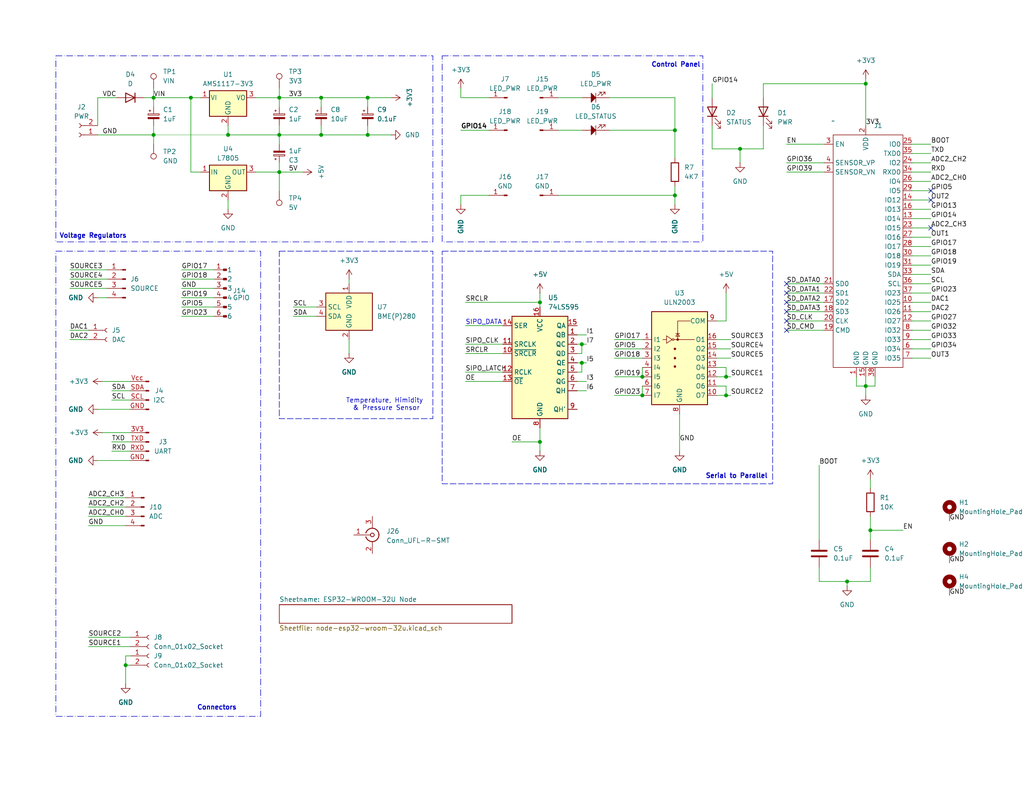
<source format=kicad_sch>
(kicad_sch (version 20231120) (generator "eeschema") (generator_version "8.0")
  (paper "USLetter")
  (title_block (title "ESP32 Sensor Node") (date "2024-07-03") (rev "v2.0") (comment 1 "ESP32-WROOM-32D Adapter"))
  (lib_symbols
    (symbol "+3V3_1" (power) (pin_numbers hide) (pin_names (offset 0) hide)
      (property "Value" "+3V3" (at 0 3.556 0))
      (symbol "+3V3_1_1_1"
        (pin power_in line (at 0 0 90) (length 0) (name "~") (number "1"))
      )
    )
    (symbol "+5V_1" (power) (pin_numbers hide) (pin_names (offset 0) hide)
      (property "Value" "+5V" (at 0 3.556 0))
      (symbol "+5V_1_1_1"
        (pin power_in line (at 0 0 90) (length 0) (name "~") (number "1"))
      )
    )
    (symbol "74xx:74LS595"
      (property "Reference" "U" (at -7.62 13.97 0))
      (property "Value" "74LS595" (at -7.62 -16.51 0))
      (symbol "74LS595_1_0"
        (pin tri_state line (at 10.16 7.62 180) (length 2.54) (name "QB") (number "1"))
        (pin input line (at -10.16 2.54 0) (length 2.54) (name "~{SRCLR}") (number "10"))
        (pin input line (at -10.16 5.08 0) (length 2.54) (name "SRCLK") (number "11"))
        (pin input line (at -10.16 -2.54 0) (length 2.54) (name "RCLK") (number "12"))
        (pin input line (at -10.16 -5.08 0) (length 2.54) (name "~{OE}") (number "13"))
        (pin input line (at -10.16 10.16 0) (length 2.54) (name "SER") (number "14"))
        (pin tri_state line (at 10.16 10.16 180) (length 2.54) (name "QA") (number "15"))
        (pin power_in line (at 0 15.24 270) (length 2.54) (name "VCC") (number "16"))
        (pin tri_state line (at 10.16 5.08 180) (length 2.54) (name "QC") (number "2"))
        (pin tri_state line (at 10.16 2.54 180) (length 2.54) (name "QD") (number "3"))
        (pin tri_state line (at 10.16 0 180) (length 2.54) (name "QE") (number "4"))
        (pin tri_state line (at 10.16 -2.54 180) (length 2.54) (name "QF") (number "5"))
        (pin tri_state line (at 10.16 -5.08 180) (length 2.54) (name "QG") (number "6"))
        (pin tri_state line (at 10.16 -7.62 180) (length 2.54) (name "QH") (number "7"))
        (pin power_in line (at 0 -17.78 90) (length 2.54) (name "GND") (number "8"))
        (pin output line (at 10.16 -12.7 180) (length 2.54) (name "QH'") (number "9"))
      )
    )
    (symbol "Alexander Symbol Library 2:Conn_UFL-R-SMT" (pin_names (offset 1.016) hide)
      (property "Reference" "J" (at -3.81 4.064 0))
      (property "Value" "Conn_UFL-R-SMT" (at 2.921 0 90))
      (symbol "Conn_UFL-R-SMT_1_1"
        (pin passive line (at -5.08 0 0) (length 2.54) (name "SIGNAL") (number "1"))
        (pin passive line (at 0 -5.08 90) (length 2.54) (name "GND") (number "2"))
        (pin passive line (at 0 5.08 270) (length 3.048) (name "GND") (number "3"))
      )
    )
    (symbol "Alexander Symbol Library:BME(P)280"
      (property "Reference" "U" (at -7.62 10.16 0))
      (property "Value" "BME(P)280" (at 5.08 10.16 0))
      (symbol "BME(P)280_1_1"
        (pin power_in line (at -1.27 10.16 270) (length 2.54) (name "VDD") (number "1"))
        (pin power_out line (at -1.27 -5.08 90) (length 2.54) (name "GND") (number "2"))
        (pin input line (at -10.16 3.81 0) (length 2.54) (name "SCL") (number "3"))
        (pin bidirectional line (at -10.16 1.27 0) (length 2.54) (name "SDA") (number "4"))
      )
    )
    (symbol "Alexander_Library_Symbols:Conn_2x3" (pin_names (offset 1.016))
      (property "Reference" "J" (at 0 0 0))
      (symbol "Conn_2x3_1_1"
        (pin bidirectional line (at -2.54 -2.54 0) (length 2.54) (name "1") (number "1"))
        (pin bidirectional line (at -2.54 -5.08 0) (length 2.54) (name "2") (number "2"))
        (pin bidirectional line (at -2.54 -7.62 0) (length 2.54) (name "3") (number "3"))
        (pin bidirectional line (at -2.54 -10.16 0) (length 2.54) (name "4") (number "4"))
        (pin bidirectional line (at -2.54 -12.7 0) (length 2.54) (name "5") (number "5"))
        (pin bidirectional line (at -2.54 -15.24 0) (length 2.54) (name "6") (number "6"))
      )
    )
    (symbol "Alexander_Library_Symbols:Conn_I2C_01x04" (pin_names (offset 1.016) hide)
      (property "Reference" "J" (at 0 5.08 0))
      (property "Value" "I2C" (at 0 -7.62 0))
      (symbol "Conn_I2C_01x04_1_1"
        (pin power_out line (at 5.08 -5.08 180) (length 3.81) (name "GND") (number "GND"))
        (pin bidirectional line (at 5.08 -2.54 180) (length 3.81) (name "SCL") (number "SCL"))
        (pin bidirectional line (at 5.08 0 180) (length 3.81) (name "SDA") (number "SDA"))
        (pin power_in line (at 5.08 2.54 180) (length 3.81) (name "VCC") (number "Vcc"))
      )
    )
    (symbol "Alexander_Library_Symbols:ESP32-WROOM-32D-SOCKET"
      (property "Reference" "J" (at 0 0 0))
      (symbol "ESP32-WROOM-32D-SOCKET_1_1"
        (pin power_out line (at 6.35 -69.85 90) (length 2.54) (name "GND") (number "1"))
        (pin bidirectional line (at 21.59 -49.53 180) (length 2.54) (name "IO25") (number "10"))
        (pin bidirectional line (at 21.59 -52.07 180) (length 2.54) (name "IO26") (number "11"))
        (pin bidirectional line (at 21.59 -54.61 180) (length 2.54) (name "IO27") (number "12"))
        (pin bidirectional line (at 21.59 -26.67 180) (length 2.54) (name "IO14") (number "13"))
        (pin bidirectional line (at 21.59 -21.59 180) (length 2.54) (name "IO12") (number "14"))
        (pin power_out line (at 8.89 -69.85 90) (length 2.54) (name "GND") (number "15"))
        (pin bidirectional line (at 21.59 -24.13 180) (length 2.54) (name "IO13") (number "16"))
        (pin input line (at -2.54 -49.53 0) (length 2.54) (name "SD2") (number "17"))
        (pin input line (at -2.54 -52.07 0) (length 2.54) (name "SD3") (number "18"))
        (pin input line (at -2.54 -57.15 0) (length 2.54) (name "CMD") (number "19"))
        (pin power_in line (at 8.89 -1.27 270) (length 2.54) (name "VDD") (number "2"))
        (pin input line (at -2.54 -54.61 0) (length 2.54) (name "CLK") (number "20"))
        (pin input line (at -2.54 -44.45 0) (length 2.54) (name "SD0") (number "21"))
        (pin input line (at -2.54 -46.99 0) (length 2.54) (name "SD1") (number "22"))
        (pin bidirectional line (at 21.59 -29.21 180) (length 2.54) (name "IO15") (number "23"))
        (pin bidirectional line (at 21.59 -11.43 180) (length 2.54) (name "IO2") (number "24"))
        (pin bidirectional line (at 21.59 -6.35 180) (length 2.54) (name "IO0") (number "25"))
        (pin bidirectional line (at 21.59 -16.51 180) (length 2.54) (name "IO4") (number "26"))
        (pin bidirectional line (at 21.59 -31.75 180) (length 2.54) (name "IO16") (number "27"))
        (pin bidirectional line (at 21.59 -34.29 180) (length 2.54) (name "IO17") (number "28"))
        (pin bidirectional line (at 21.59 -19.05 180) (length 2.54) (name "IO5") (number "29"))
        (pin input line (at -2.54 -6.35 0) (length 2.54) (name "EN") (number "3"))
        (pin bidirectional line (at 21.59 -36.83 180) (length 2.54) (name "IO18") (number "30"))
        (pin bidirectional line (at 21.59 -39.37 180) (length 2.54) (name "IO19") (number "31"))
        (pin bidirectional line (at 21.59 -41.91 180) (length 2.54) (name "SDA") (number "33"))
        (pin input line (at 21.59 -13.97 180) (length 2.54) (name "RXD0") (number "34"))
        (pin output line (at 21.59 -8.89 180) (length 2.54) (name "TXD0") (number "35"))
        (pin bidirectional line (at 21.59 -44.45 180) (length 2.54) (name "SCL") (number "36"))
        (pin bidirectional line (at 21.59 -46.99 180) (length 2.54) (name "IO23") (number "37"))
        (pin power_out line (at 11.43 -69.85 90) (length 2.54) (name "GND") (number "38"))
        (pin input line (at -2.54 -11.43 0) (length 2.54) (name "SENSOR_VP") (number "4"))
        (pin input line (at -2.54 -13.97 0) (length 2.54) (name "SENSOR_VN") (number "5"))
        (pin bidirectional line (at 21.59 -62.23 180) (length 2.54) (name "IO34") (number "6"))
        (pin bidirectional line (at 21.59 -64.77 180) (length 2.54) (name "IO35") (number "7"))
        (pin bidirectional line (at 21.59 -57.15 180) (length 2.54) (name "IO32") (number "8"))
        (pin bidirectional line (at 21.59 -59.69 180) (length 2.54) (name "IO33") (number "9"))
      )
    )
    (symbol "Conn_UART_1" (pin_names (offset 1.016) hide)
      (property "Reference" "J" (at 1.27 3.81 0))
      (property "Value" "UART" (at 2.54 -10.16 0))
      (symbol "Conn_UART_1_1_1"
        (pin power_in line (at 5.08 0 180) (length 3.81) (name "3V3") (number "3V3"))
        (pin power_out line (at 5.08 -7.62 180) (length 3.81) (name "GND") (number "GND"))
        (pin input line (at 5.08 -5.08 180) (length 3.81) (name "RXD") (number "RXD"))
        (pin output line (at 5.08 -2.54 180) (length 3.81) (name "TXD") (number "TXD"))
      )
    )
    (symbol "Connector:Conn_01x01_Pin" (pin_names (offset 1.016) hide)
      (property "Reference" "J" (at 0 2.54 0))
      (property "Value" "Conn_01x01_Pin" (at 0 -2.54 0))
      (symbol "Conn_01x01_Pin_1_1"
        (pin passive line (at 5.08 0 180) (length 3.81) (name "Pin_1") (number "1"))
      )
    )
    (symbol "Connector:Conn_01x02_Socket" (pin_names (offset 1.016) hide)
      (property "Reference" "J" (at 0 2.54 0))
      (property "Value" "Conn_01x02_Socket" (at 0 -5.08 0))
      (symbol "Conn_01x02_Socket_1_1"
        (pin passive line (at -5.08 0 0) (length 3.81) (name "Pin_1") (number "1"))
        (pin passive line (at -5.08 -2.54 0) (length 3.81) (name "Pin_2") (number "2"))
      )
    )
    (symbol "Connector:Conn_01x04_Pin" (pin_names (offset 1.016) hide)
      (property "Reference" "J" (at 0 5.08 0))
      (property "Value" "I2C" (at 0 -7.62 0))
      (symbol "Conn_01x04_Pin_1_1"
        (pin passive line (at 5.08 2.54 180) (length 3.81) (name "Pin_1") (number "1"))
        (pin passive line (at 5.08 0 180) (length 3.81) (name "Pin_2") (number "2"))
        (pin passive line (at 5.08 -2.54 180) (length 3.81) (name "Pin_3") (number "3"))
        (pin passive line (at 5.08 -5.08 180) (length 3.81) (name "Pin_4") (number "4"))
      )
    )
    (symbol "Connector:TestPoint" (pin_numbers hide) (pin_names (offset 0.762) hide)
      (property "Reference" "TP" (at 0 6.858 0))
      (property "Value" "TestPoint" (at 0 5.08 0))
      (symbol "TestPoint_1_1"
        (pin passive line (at 0 0 90) (length 2.54) (name "1") (number "1"))
      )
    )
    (symbol "Device:C" (pin_numbers hide) (pin_names (offset 0.254))
      (property "Reference" "C" (at 0.635 2.54 0))
      (property "Value" "C" (at 0.635 -2.54 0))
      (symbol "C_1_1"
        (pin passive line (at 0 3.81 270) (length 2.794) (name "~") (number "1"))
        (pin passive line (at 0 -3.81 90) (length 2.794) (name "~") (number "2"))
      )
    )
    (symbol "Device:C_Polarized_Small" (pin_numbers hide) (pin_names (offset 0.254) hide)
      (property "Reference" "C" (at 0.254 1.778 0))
      (property "Value" "C_Polarized_Small" (at 0.254 -2.032 0))
      (symbol "C_Polarized_Small_1_1"
        (pin passive line (at 0 2.54 270) (length 1.8542) (name "~") (number "1"))
        (pin passive line (at 0 -2.54 90) (length 1.8542) (name "~") (number "2"))
      )
    )
    (symbol "Device:D" (pin_numbers hide) (pin_names (offset 1.016) hide)
      (property "Reference" "D" (at 0 2.54 0))
      (property "Value" "D" (at 0 -2.54 0))
      (symbol "D_1_1"
        (pin passive line (at -3.81 0 0) (length 2.54) (name "K") (number "1"))
        (pin passive line (at 3.81 0 180) (length 2.54) (name "A") (number "2"))
      )
    )
    (symbol "Device:LED" (pin_numbers hide) (pin_names (offset 1.016) hide)
      (property "Reference" "D" (at 0 2.54 0))
      (property "Value" "LED" (at 0 -2.54 0))
      (symbol "LED_1_1"
        (pin passive line (at -3.81 0 0) (length 2.54) (name "K") (number "1"))
        (pin passive line (at 3.81 0 180) (length 2.54) (name "A") (number "2"))
      )
    )
    (symbol "Device:R" (pin_numbers hide) (pin_names (offset 0))
      (property "Reference" "R" (at 2.032 0 90))
      (property "Value" "R" (at 0 0 90))
      (symbol "R_1_1"
        (pin passive line (at 0 3.81 270) (length 1.27) (name "~") (number "1"))
        (pin passive line (at 0 -3.81 90) (length 1.27) (name "~") (number "2"))
      )
    )
    (symbol "GND_1" (power) (pin_numbers hide) (pin_names (offset 0) hide)
      (property "Value" "GND" (at 0 -3.81 0))
      (symbol "GND_1_1_1"
        (pin power_in line (at 0 0 270) (length 0) (name "~") (number "1"))
      )
    )
    (symbol "GND_3" (power) (pin_numbers hide) (pin_names (offset 0) hide)
      (property "Value" "GND" (at 0 -3.81 0))
      (symbol "GND_3_1_1"
        (pin power_in line (at 0 0 270) (length 0) (name "~") (number "1"))
      )
    )
    (symbol "GND_4" (power) (pin_numbers hide) (pin_names (offset 0) hide)
      (property "Value" "GND" (at 0 -3.81 0))
      (symbol "GND_4_1_1"
        (pin power_in line (at 0 0 270) (length 0) (name "~") (number "1"))
      )
    )
    (symbol "GND_5" (power) (pin_numbers hide) (pin_names (offset 0) hide)
      (property "Value" "GND" (at 0 -3.81 0))
      (symbol "GND_5_1_1"
        (pin power_in line (at 0 0 270) (length 0) (name "~") (number "1"))
      )
    )
    (symbol "Mechanical:MountingHole_Pad" (pin_numbers hide) (pin_names (offset 1.016) hide)
      (property "Reference" "H" (at 0 6.35 0))
      (property "Value" "MountingHole_Pad" (at 0 4.445 0))
      (symbol "MountingHole_Pad_1_1"
        (pin input line (at 0 -2.54 90) (length 2.54) (name "1") (number "1"))
      )
    )
    (symbol "PCM_SL_Devices:LED_5mm"
      (property "Reference" "D" (at -0.508 5.334 0))
      (property "Value" "LED_5mm" (at -0.508 2.794 0))
      (symbol "LED_5mm_1_1"
        (pin passive line (at 3.81 0 180) (length 1.5) (name "~") (number "1"))
        (pin passive line (at -3.81 0 0) (length 1.5) (name "") (number "2"))
      )
    )
    (symbol "Regulator_Linear:L7805" (pin_names (offset 0.254))
      (property "Reference" "U4" (at 0 6.35 0))
      (property "Value" "L7805" (at 0 3.81 0))
      (symbol "L7805_1_1"
        (pin power_in line (at -7.62 0 0) (length 2.54) (name "IN") (number "1"))
        (pin power_in line (at 0 -7.62 90) (length 2.54) (name "GND") (number "2"))
        (pin power_out line (at 7.62 0 180) (length 2.54) (name "OUT") (number "3"))
      )
    )
    (symbol "Regulator_Linear:LM78M05_TO220" (pin_names (offset 0.254))
      (property "Reference" "U" (at -3.81 3.175 0))
      (property "Value" "LM78M05_TO220" (at 0 3.175 0))
      (symbol "LM78M05_TO220_1_1"
        (pin power_in line (at -7.62 0 0) (length 2.54) (name "VI") (number "1"))
        (pin power_in line (at 0 -7.62 90) (length 2.54) (name "GND") (number "2"))
        (pin power_out line (at 7.62 0 180) (length 2.54) (name "VO") (number "3"))
      )
    )
    (symbol "Transistor_Array:ULN2003"
      (property "Reference" "U" (at 0 15.875 0))
      (property "Value" "ULN2003" (at 0 13.97 0))
      (symbol "ULN2003_1_1"
        (pin input line (at -10.16 5.08 0) (length 2.54) (name "I1") (number "1"))
        (pin open_collector line (at 10.16 -10.16 180) (length 2.54) (name "O7") (number "10"))
        (pin open_collector line (at 10.16 -7.62 180) (length 2.54) (name "O6") (number "11"))
        (pin open_collector line (at 10.16 -5.08 180) (length 2.54) (name "O5") (number "12"))
        (pin open_collector line (at 10.16 -2.54 180) (length 2.54) (name "O4") (number "13"))
        (pin open_collector line (at 10.16 0 180) (length 2.54) (name "O3") (number "14"))
        (pin open_collector line (at 10.16 2.54 180) (length 2.54) (name "O2") (number "15"))
        (pin open_collector line (at 10.16 5.08 180) (length 2.54) (name "O1") (number "16"))
        (pin input line (at -10.16 2.54 0) (length 2.54) (name "I2") (number "2"))
        (pin input line (at -10.16 0 0) (length 2.54) (name "I3") (number "3"))
        (pin input line (at -10.16 -2.54 0) (length 2.54) (name "I4") (number "4"))
        (pin input line (at -10.16 -5.08 0) (length 2.54) (name "I5") (number "5"))
        (pin input line (at -10.16 -7.62 0) (length 2.54) (name "I6") (number "6"))
        (pin input line (at -10.16 -10.16 0) (length 2.54) (name "I7") (number "7"))
        (pin power_in line (at 0 -15.24 90) (length 2.54) (name "GND") (number "8"))
        (pin passive line (at 10.16 10.16 180) (length 2.54) (name "COM") (number "9"))
      )
    )
    (symbol "power:+3V3" (power) (pin_names (offset 0))
      (property "Value" "+3V3" (at 0 3.556 0))
      (symbol "+3V3_1_1"
        (pin power_in line (at 0 0 90) (length 0) hide (name "+3V3") (number "1"))
      )
    )
    (symbol "power:+5V" (power) (pin_names (offset 0))
      (property "Value" "+5V" (at 0 3.556 0))
      (symbol "+5V_1_1"
        (pin power_in line (at 0 0 90) (length 0) hide (name "+5V") (number "1"))
      )
    )
    (symbol "power:GND" (power) (pin_names (offset 0))
      (property "Value" "GND" (at 0 -3.81 0))
      (symbol "GND_1_1"
        (pin power_in line (at 0 0 270) (length 0) hide (name "GND") (number "1"))
      )
    )
  )
  (junction (at 147.32 120.65))
  (junction (at 87.63 26.67))
  (junction (at 62.23 36.83))
  (junction (at 76.2 36.83))
  (junction (at 184.15 35.56))
  (junction (at 100.33 36.83))
  (junction (at 175.26 107.95))
  (junction (at 198.12 107.95))
  (junction (at 41.91 36.83))
  (junction (at 52.07 26.67))
  (junction (at 76.2 46.99))
  (junction (at 158.75 93.98))
  (junction (at 198.12 102.87))
  (junction (at 175.26 102.87))
  (junction (at 236.22 105.41))
  (junction (at 158.75 99.06))
  (junction (at 237.49 144.78))
  (junction (at 100.33 26.67))
  (junction (at 76.2 26.67))
  (junction (at 41.91 26.67))
  (junction (at 87.63 36.83))
  (junction (at 147.32 82.55))
  (junction (at 184.15 53.34))
  (junction (at 231.14 158.75))
  (junction (at 236.22 22.86))
  (junction (at 201.93 40.64))
  (junction (at 34.29 181.61))
  (no_connect (at 214.63 82.55))
  (no_connect (at 214.63 90.17))
  (no_connect (at 214.63 85.09))
  (no_connect (at 254 52.07))
  (no_connect (at 254 62.23))
  (no_connect (at 254 54.61))
  (no_connect (at 214.63 80.01))
  (no_connect (at 214.63 87.63))
  (no_connect (at 214.63 77.47))
  (wire (pts (xy 158.75 99.06) (xy 158.75 101.6)))
  (wire (pts (xy 248.92 44.45) (xy 254 44.45)))
  (wire (pts (xy 62.23 54.61) (xy 62.23 57.15)))
  (wire (pts (xy 52.07 26.67) (xy 54.61 26.67)))
  (wire (pts (xy 157.48 99.06) (xy 158.75 99.06)))
  (wire (pts (xy 214.63 87.63) (xy 224.79 87.63)))
  (wire (pts (xy 34.29 179.07) (xy 34.29 181.61)))
  (wire (pts (xy 30.48 109.22) (xy 35.56 109.22)))
  (wire (pts (xy 41.91 36.83) (xy 62.23 36.83)) (stroke (width 0.0254)))
  (wire (pts (xy 147.32 116.84) (xy 147.32 120.65)))
  (wire (pts (xy 198.12 105.41) (xy 198.12 107.95)))
  (wire (pts (xy 127 93.98) (xy 137.16 93.98)))
  (wire (pts (xy 184.15 26.67) (xy 184.15 35.56)))
  (wire (pts (xy 184.15 50.8) (xy 184.15 53.34)))
  (wire (pts (xy 24.13 173.99) (xy 35.56 173.99)))
  (wire (pts (xy 198.12 100.33) (xy 198.12 102.87)))
  (wire (pts (xy 223.52 158.75) (xy 231.14 158.75)))
  (wire (pts (xy 41.91 26.67) (xy 52.07 26.67)))
  (wire (pts (xy 248.92 49.53) (xy 254 49.53)))
  (wire (pts (xy 201.93 40.64) (xy 208.28 40.64)))
  (wire (pts (xy 214.63 85.09) (xy 224.79 85.09)))
  (wire (pts (xy 54.61 46.99) (xy 52.07 46.99)))
  (wire (pts (xy 30.48 120.65) (xy 35.56 120.65)))
  (wire (pts (xy 198.12 107.95) (xy 199.39 107.95)))
  (wire (pts (xy 24.13 140.97) (xy 34.29 140.97)))
  (wire (pts (xy 127 96.52) (xy 137.16 96.52)))
  (wire (pts (xy 236.22 21.59) (xy 236.22 22.86)))
  (wire (pts (xy 248.92 64.77) (xy 254 64.77)))
  (wire (pts (xy 27.94 104.14) (xy 35.56 104.14)))
  (wire (pts (xy 195.58 107.95) (xy 198.12 107.95)))
  (wire (pts (xy 62.23 34.29) (xy 62.23 36.83)))
  (wire (pts (xy 100.33 36.83) (xy 106.68 36.83)))
  (wire (pts (xy 195.58 92.71) (xy 199.39 92.71)))
  (wire (pts (xy 29.21 78.74) (xy 19.05 78.74)))
  (wire (pts (xy 233.68 105.41) (xy 236.22 105.41)))
  (wire (pts (xy 158.75 93.98) (xy 160.02 93.98)))
  (wire (pts (xy 125.73 26.67) (xy 125.73 24.13)))
  (wire (pts (xy 76.2 34.29) (xy 76.2 36.83)))
  (wire (pts (xy 175.26 105.41) (xy 175.26 107.95)))
  (wire (pts (xy 29.21 73.66) (xy 19.05 73.66)))
  (wire (pts (xy 248.92 39.37) (xy 254 39.37)))
  (wire (pts (xy 87.63 26.67) (xy 87.63 29.21)))
  (wire (pts (xy 49.53 83.82) (xy 58.42 83.82)))
  (wire (pts (xy 49.53 73.66) (xy 58.42 73.66)))
  (wire (pts (xy 198.12 87.63) (xy 195.58 87.63)))
  (wire (pts (xy 198.12 102.87) (xy 199.39 102.87)))
  (wire (pts (xy 194.31 22.86) (xy 194.31 26.67)))
  (wire (pts (xy 26.67 81.28) (xy 29.21 81.28)))
  (wire (pts (xy 147.32 82.55) (xy 147.32 83.82)))
  (wire (pts (xy 167.64 92.71) (xy 175.26 92.71)))
  (wire (pts (xy 125.73 53.34) (xy 125.73 55.88)))
  (wire (pts (xy 224.79 39.37) (xy 214.63 39.37)))
  (wire (pts (xy 166.37 35.56) (xy 184.15 35.56)))
  (wire (pts (xy 133.35 26.67) (xy 125.73 26.67)))
  (wire (pts (xy 147.32 80.01) (xy 147.32 82.55)))
  (wire (pts (xy 26.67 26.67) (xy 31.75 26.67)))
  (wire (pts (xy 233.68 102.87) (xy 233.68 105.41)))
  (wire (pts (xy 41.91 39.37) (xy 41.91 36.83)))
  (wire (pts (xy 19.05 90.17) (xy 24.13 90.17)))
  (wire (pts (xy 214.63 46.99) (xy 224.79 46.99)))
  (wire (pts (xy 49.53 76.2) (xy 58.42 76.2)))
  (wire (pts (xy 34.29 181.61) (xy 35.56 181.61)))
  (wire (pts (xy 27.94 118.11) (xy 35.56 118.11)))
  (wire (pts (xy 41.91 26.67) (xy 41.91 29.21)))
  (wire (pts (xy 237.49 140.97) (xy 237.49 144.78)))
  (wire (pts (xy 237.49 144.78) (xy 246.38 144.78)))
  (wire (pts (xy 248.92 92.71) (xy 254 92.71)))
  (wire (pts (xy 41.91 34.29) (xy 41.91 36.83)))
  (wire (pts (xy 201.93 44.45) (xy 201.93 40.64)))
  (wire (pts (xy 195.58 105.41) (xy 198.12 105.41)))
  (wire (pts (xy 152.4 35.56) (xy 158.75 35.56)))
  (wire (pts (xy 214.63 80.01) (xy 224.79 80.01)))
  (wire (pts (xy 198.12 80.01) (xy 198.12 87.63)))
  (wire (pts (xy 24.13 176.53) (xy 35.56 176.53)))
  (wire (pts (xy 214.63 77.47) (xy 224.79 77.47)))
  (wire (pts (xy 157.48 96.52) (xy 158.75 96.52)))
  (wire (pts (xy 157.48 104.14) (xy 160.02 104.14)))
  (wire (pts (xy 208.28 34.29) (xy 208.28 40.64)))
  (wire (pts (xy 52.07 26.67) (xy 52.07 46.99)))
  (wire (pts (xy 167.64 102.87) (xy 175.26 102.87)))
  (wire (pts (xy 35.56 179.07) (xy 34.29 179.07)))
  (wire (pts (xy 76.2 46.99) (xy 82.55 46.99)))
  (wire (pts (xy 41.91 24.13) (xy 41.91 26.67)))
  (wire (pts (xy 76.2 36.83) (xy 87.63 36.83)))
  (wire (pts (xy 152.4 26.67) (xy 158.75 26.67)))
  (wire (pts (xy 195.58 97.79) (xy 199.39 97.79)))
  (wire (pts (xy 248.92 90.17) (xy 254 90.17)))
  (wire (pts (xy 248.92 80.01) (xy 254 80.01)))
  (wire (pts (xy 237.49 154.94) (xy 237.49 158.75)))
  (wire (pts (xy 208.28 22.86) (xy 208.28 26.67)))
  (wire (pts (xy 127 88.9) (xy 137.16 88.9)))
  (wire (pts (xy 80.01 86.36) (xy 86.36 86.36)))
  (wire (pts (xy 35.56 111.76) (xy 26.67 111.76)))
  (wire (pts (xy 195.58 95.25) (xy 199.39 95.25)))
  (wire (pts (xy 30.48 123.19) (xy 35.56 123.19)))
  (wire (pts (xy 125.73 35.56) (xy 133.35 35.56)))
  (wire (pts (xy 87.63 26.67) (xy 100.33 26.67)))
  (wire (pts (xy 248.92 87.63) (xy 254 87.63)))
  (wire (pts (xy 194.31 40.64) (xy 201.93 40.64)))
  (wire (pts (xy 76.2 36.83) (xy 76.2 39.37)))
  (wire (pts (xy 248.92 41.91) (xy 254 41.91)))
  (wire (pts (xy 248.92 85.09) (xy 254 85.09)))
  (wire (pts (xy 237.49 144.78) (xy 237.49 147.32)))
  (wire (pts (xy 194.31 34.29) (xy 194.31 40.64)))
  (wire (pts (xy 147.32 120.65) (xy 147.32 123.19)))
  (wire (pts (xy 100.33 26.67) (xy 100.33 29.21)))
  (wire (pts (xy 62.23 36.83) (xy 76.2 36.83)))
  (wire (pts (xy 248.92 72.39) (xy 254 72.39)))
  (wire (pts (xy 214.63 90.17) (xy 224.79 90.17)))
  (wire (pts (xy 76.2 29.21) (xy 76.2 26.67)))
  (wire (pts (xy 236.22 22.86) (xy 236.22 34.29)))
  (wire (pts (xy 80.01 83.82) (xy 86.36 83.82)))
  (wire (pts (xy 248.92 46.99) (xy 254 46.99)))
  (wire (pts (xy 76.2 46.99) (xy 76.2 52.07)))
  (wire (pts (xy 248.92 57.15) (xy 254 57.15)))
  (wire (pts (xy 248.92 74.93) (xy 254 74.93)))
  (wire (pts (xy 26.67 36.83) (xy 41.91 36.83)))
  (wire (pts (xy 125.73 53.34) (xy 133.35 53.34)))
  (wire (pts (xy 49.53 81.28) (xy 58.42 81.28)))
  (wire (pts (xy 214.63 44.45) (xy 224.79 44.45)))
  (wire (pts (xy 157.48 91.44) (xy 160.02 91.44)))
  (wire (pts (xy 35.56 125.73) (xy 26.67 125.73)))
  (wire (pts (xy 248.92 62.23) (xy 254 62.23)))
  (wire (pts (xy 100.33 34.29) (xy 100.33 36.83)))
  (wire (pts (xy 167.64 107.95) (xy 175.26 107.95)))
  (wire (pts (xy 95.25 76.2) (xy 95.25 77.47)))
  (wire (pts (xy 236.22 105.41) (xy 236.22 107.95)))
  (wire (pts (xy 248.92 54.61) (xy 254 54.61)))
  (wire (pts (xy 248.92 82.55) (xy 254 82.55)))
  (wire (pts (xy 248.92 97.79) (xy 254 97.79)))
  (wire (pts (xy 76.2 44.45) (xy 76.2 46.99)))
  (wire (pts (xy 127 101.6) (xy 137.16 101.6)))
  (wire (pts (xy 223.52 127) (xy 223.52 147.32)))
  (wire (pts (xy 24.13 135.89) (xy 34.29 135.89)))
  (wire (pts (xy 167.64 97.79) (xy 175.26 97.79)))
  (wire (pts (xy 184.15 53.34) (xy 184.15 55.88)))
  (wire (pts (xy 24.13 138.43) (xy 34.29 138.43)))
  (wire (pts (xy 69.85 46.99) (xy 76.2 46.99)))
  (wire (pts (xy 69.85 26.67) (xy 76.2 26.67)))
  (wire (pts (xy 49.53 86.36) (xy 58.42 86.36)))
  (wire (pts (xy 19.05 92.71) (xy 24.13 92.71)))
  (wire (pts (xy 34.29 181.61) (xy 34.29 186.69)))
  (wire (pts (xy 127 82.55) (xy 147.32 82.55)))
  (wire (pts (xy 238.76 105.41) (xy 236.22 105.41)))
  (wire (pts (xy 248.92 52.07) (xy 254 52.07)))
  (wire (pts (xy 157.48 93.98) (xy 158.75 93.98)))
  (wire (pts (xy 238.76 102.87) (xy 238.76 105.41)))
  (wire (pts (xy 248.92 95.25) (xy 254 95.25)))
  (wire (pts (xy 184.15 35.56) (xy 184.15 43.18)))
  (wire (pts (xy 139.7 120.65) (xy 147.32 120.65)))
  (wire (pts (xy 248.92 69.85) (xy 254 69.85)))
  (wire (pts (xy 76.2 24.13) (xy 76.2 26.67)))
  (wire (pts (xy 248.92 59.69) (xy 254 59.69)))
  (wire (pts (xy 237.49 130.81) (xy 237.49 133.35)))
  (wire (pts (xy 195.58 100.33) (xy 198.12 100.33)))
  (wire (pts (xy 87.63 34.29) (xy 87.63 36.83)))
  (wire (pts (xy 30.48 106.68) (xy 35.56 106.68)))
  (wire (pts (xy 248.92 77.47) (xy 254 77.47)))
  (wire (pts (xy 26.67 26.67) (xy 26.67 34.29)))
  (wire (pts (xy 175.26 100.33) (xy 175.26 102.87)))
  (wire (pts (xy 152.4 53.34) (xy 184.15 53.34)))
  (wire (pts (xy 231.14 158.75) (xy 231.14 160.02)))
  (wire (pts (xy 24.13 143.51) (xy 34.29 143.51)))
  (wire (pts (xy 214.63 82.55) (xy 224.79 82.55)))
  (wire (pts (xy 157.48 101.6) (xy 158.75 101.6)))
  (wire (pts (xy 157.48 106.68) (xy 160.02 106.68)))
  (wire (pts (xy 95.25 92.71) (xy 95.25 96.52)))
  (wire (pts (xy 223.52 154.94) (xy 223.52 158.75)))
  (wire (pts (xy 195.58 102.87) (xy 198.12 102.87)))
  (wire (pts (xy 185.42 113.03) (xy 185.42 123.19)))
  (wire (pts (xy 76.2 26.67) (xy 87.63 26.67)))
  (wire (pts (xy 49.53 78.74) (xy 58.42 78.74)))
  (wire (pts (xy 29.21 76.2) (xy 19.05 76.2)))
  (wire (pts (xy 231.14 158.75) (xy 237.49 158.75)))
  (wire (pts (xy 208.28 22.86) (xy 236.22 22.86)))
  (wire (pts (xy 158.75 99.06) (xy 160.02 99.06)))
  (wire (pts (xy 236.22 102.87) (xy 236.22 105.41)))
  (wire (pts (xy 158.75 96.52) (xy 158.75 93.98)))
  (wire (pts (xy 248.92 67.31) (xy 254 67.31)))
  (wire (pts (xy 167.64 95.25) (xy 175.26 95.25)))
  (wire (pts (xy 166.37 26.67) (xy 184.15 26.67)))
  (wire (pts (xy 87.63 36.83) (xy 100.33 36.83)))
  (wire (pts (xy 100.33 26.67) (xy 106.68 26.67)))
  (wire (pts (xy 39.37 26.67) (xy 41.91 26.67)))
  (wire (pts (xy 127 104.14) (xy 137.16 104.14)))
  (rectangle (start 120.65 68.58) (end 210.82 132.08) (stroke (width 0) (type dash)))
  (rectangle (start 15.24 68.58) (end 71.12 195.58) (stroke (width 0) (type dash_dot)))
  (rectangle (start 76.2 68.58) (end 118.11 114.3) (stroke (width 0) (type dash)))
  (rectangle (start 120.65 15.24) (end 191.77 66.04) (stroke (width 0) (type dash_dot)))
  (rectangle (start 15.24 15.24) (end 118.11 66.04) (stroke (width 0) (type dash_dot)))
  (text "Voltage Regulators" (at 25.4 63.754 0) (effects (font (size 1.27 1.27) (thickness 0.254) (bold yes)) (justify top)))
  (text "Control Panel " (at 184.912 17.78 0) (effects (font (size 1.27 1.27) (thickness 0.254) (bold yes))))
  (text "Connectors\n" (at 59.182 193.294 0) (effects (font (size 1.27 1.27) (thickness 0.254) (bold yes))))
  (text "Serial to Parallel" (at 209.55 130.81 0) (effects (font (size 1.27 1.27) (bold yes)) (justify right bottom)))
  (text "Temperature, Himidity \n& Pressure Sensor" (at 105.41 110.49 0) (effects (font (size 1.27 1.27))))
  (label "SOURCE5" (at 199.39 97.79 0))
  (label "GND" (at 259.08 142.24 0))
  (label "SOURCE3" (at 19.05 73.66 0))
  (label "SOURCE4" (at 19.05 76.2 0))
  (label "SD_DATA1" (at 214.63 80.01 0))
  (label "SOURCE1" (at 24.13 176.53 0))
  (label "I7" (at 160.02 93.98 0))
  (label "GPIO5" (at 254 52.07 0))
  (label "SOURCE5" (at 19.05 78.74 0))
  (label "ADC2_CH2" (at 254 44.45 0))
  (label "OUT1" (at 254 64.77 0))
  (label "GPIO33" (at 254 92.71 0))
  (label "GPIO23" (at 167.64 107.95 0))
  (label "I3" (at 160.02 104.14 0))
  (label "OUT2" (at 254 54.61 0))
  (label "SD_DATA0" (at 214.63 77.47 0))
  (label "GPIO23" (at 254 80.01 0))
  (label "VDC" (at 27.94 26.67 0))
  (label "GPIO13" (at 254 57.15 0))
  (label "SCL" (at 80.01 83.82 0))
  (label "GPIO19" (at 167.64 102.87 0))
  (label "SIPO_CLK" (at 127 93.98 0))
  (label "SD_CLK" (at 214.63 87.63 0))
  (label "DAC2" (at 19.05 92.71 0))
  (label "OE" (at 139.7 120.65 0))
  (label "TXD" (at 254 41.91 0))
  (label "GPIO17" (at 167.64 92.71 0))
  (label "GPIO34" (at 254 95.25 0))
  (label "BOOT" (at 223.52 127 0))
  (label "ADC2_CH2" (at 24.13 138.43 0))
  (label "GPIO5" (at 167.64 95.25 0))
  (label "SDA" (at 254 74.93 0))
  (label "SD_CMD" (at 214.63 90.17 0))
  (label "ADC2_CH0" (at 24.13 140.97 0))
  (label "SD_DATA3" (at 214.63 85.09 0))
  (label "SIPO_LATCH" (at 127 101.6 0))
  (label "I5" (at 160.02 99.06 0))
  (label "GPIO23" (at 49.53 86.36 0))
  (label "GPIO5" (at 49.53 83.82 0))
  (label "SD_DATA2" (at 214.63 82.55 0))
  (label "GND" (at 24.13 143.51 0))
  (label "EN" (at 246.38 144.78 0))
  (label "SCL" (at 254 77.47 0))
  (label "GPIO18" (at 254 69.85 0))
  (label "GPIO14" (at 194.31 22.86 0))
  (label "GPIO14" (at 254 59.69 0))
  (label "RXD" (at 30.48 123.19 0))
  (label "SCL" (at 30.48 109.22 0))
  (label "GPIO18" (at 167.64 97.79 0))
  (label "GND" (at 49.53 78.74 0))
  (label "3V3" (at 236.22 34.29 0))
  (label "ADC2_CH3" (at 254 62.23 0))
  (label "OUT3" (at 254 97.79 0))
  (label "GPIO39" (at 214.63 46.99 0))
  (label "SOURCE1" (at 199.39 102.87 0))
  (label "GND" (at 259.08 153.67 0))
  (label "GPIO17" (at 49.53 73.66 0))
  (label "GPIO18" (at 49.53 76.2 0))
  (label "SOURCE2" (at 199.39 107.95 0))
  (label "BOOT" (at 254 39.37 0))
  (label "SRCLR" (at 127 82.55 0))
  (label "SOURCE3" (at 199.39 92.71 0))
  (label "ADC2_CH0" (at 254 49.53 0))
  (label "5V" (at 78.74 46.99 0))
  (label "ADC2_CH3" (at 24.13 135.89 0))
  (label "GND" (at 259.08 162.56 0))
  (label "VIN" (at 41.91 26.67 0))
  (label "DAC2" (at 254 85.09 0))
  (label "SDA" (at 80.01 86.36 0))
  (label "DAC1" (at 254 82.55 0))
  (label "3V3" (at 78.74 26.67 0))
  (label "OE" (at 127 104.14 0))
  (label "SDA" (at 30.48 106.68 0))
  (label "SRCLR" (at 127 96.52 0))
  (label "GPIO19" (at 49.53 81.28 0))
  (label "GPIO36" (at 214.63 44.45 0))
  (label "GPIO19" (at 254 72.39 0))
  (label "GPIO27" (at 254 87.63 0))
  (label "GND" (at 27.94 36.83 0))
  (label "I1" (at 160.02 91.44 0))
  (label "GPIO32" (at 254 90.17 0))
  (label "DAC1" (at 19.05 90.17 0))
  (label "EN" (at 214.63 39.37 0))
  (label "I6" (at 160.02 106.68 0))
  (label "SIPO_DATA" (at 127 88.9 0))
  (label "GND" (at 185.42 120.65 0))
  (label "GPIO17" (at 254 67.31 0))
  (label "GPIO14" (at 125.73 35.56 0) (effects (font (bold yes))))
  (label "SOURCE4" (at 199.39 95.25 0))
  (label "TXD" (at 30.48 120.65 0))
  (label "SOURCE2" (at 24.13 173.99 0))
  (label "RXD" (at 254 46.99 0))
  (symbol (lib_id "Connector:Conn_01x02_Socket") (at 29.21 90.17 0) (unit 1)
    (property "Reference" "J5" (at 30.48 90.1699 0) (effects (justify left)))
    (property "Value" "DAC" (at 30.48 92.7099 0) (effects (justify left)))
    (property "Footprint" "Connector_PinSocket_2.54mm:PinSocket_1x02_P2.54mm_Vertical" (effects (hide yes)))
  )
  (symbol (lib_id "power:GND") (at 106.68 36.83 90) (unit 1)
    (property "Reference" "#PWR03" (effects (hide yes)))
    (property "Value" "GND" (at 110.49 36.8299 90) (effects (justify right)))
  )
  (symbol (lib_id "Connector:Conn_01x04_Pin") (at 39.37 138.43 0) (mirror y) (unit 1)
    (property "Reference" "J10" (at 40.64 138.4299 0) (effects (justify right)))
    (property "Value" "ADC" (at 40.64 140.9699 0) (effects (justify right)))
    (property "Footprint" "Connector_PinSocket_2.54mm:PinSocket_1x04_P2.54mm_Vertical" (effects (hide yes)))
  )
  (symbol (lib_id "power:+3V3") (at 95.25 76.2 0) (unit 1)
    (property "Reference" "#PWR022" (effects (hide yes)))
    (property "Value" "+3V3" (at 95.25 71.12 0))
  )
  (symbol (lib_id "power:GND") (at 26.67 81.28 270) (unit 1)
    (property "Reference" "#PWR023" (effects (hide yes)))
    (property "Value" "GND" (at 22.86 81.28 90) (effects (font (bold yes)) (justify right)))
  )
  (symbol (lib_id "power:+3V3") (at 27.94 118.11 90) (unit 1)
    (property "Reference" "#PWR06" (effects (hide yes)))
    (property "Value" "+3V3" (at 24.13 118.1099 90) (effects (justify left)))
  )
  (symbol (lib_id "Alexander Symbol Library:BME(P)280") (at 96.52 87.63 0) (unit 1)
    (property "Reference" "U7" (at 102.87 83.8199 0) (effects (justify left)))
    (property "Value" "BME(P)280" (at 102.87 86.3599 0) (effects (justify left)))
    (property "Footprint" "Alexander Footprint Library:BME280_BMP280_I2C" (effects (hide yes)))
    (property "Description" "Absolute Barometric Pressure Sensor" (effects (hide yes)))
  )
  (symbol (lib_id "Device:LED") (at 194.31 30.48 90) (unit 1)
    (property "Reference" "D2" (at 198.12 30.7974 90) (effects (justify right)))
    (property "Value" "STATUS" (at 198.12 33.3374 90) (effects (justify right)))
    (property "Footprint" "LED_SMD:LED_1210_3225Metric_Pad1.42x2.65mm_HandSolder" (effects (hide yes)))
    (property "Description" "Light emitting diode" (effects (hide yes)))
  )
  (symbol (lib_id "Connector:Conn_01x01_Pin") (at 147.32 35.56 0) (mirror x) (unit 1)
    (property "Reference" "J19" (at 147.955 30.48 0))
    (property "Value" "LED_PWR" (at 147.955 33.02 0))
    (property "Footprint" "Alexander Footprint Library:Pad_1x01_P2.54_SMD" (effects (hide yes)))
    (property "Description" "Generic connector, single row, 01x01, script generated" (effects (hide yes)))
  )
  (symbol (lib_id "power:+3V3") (at 27.94 104.14 90) (unit 1)
    (property "Reference" "#PWR08" (effects (hide yes)))
    (property "Value" "+3V3" (at 24.13 104.14 90) (effects (justify left)))
  )
  (symbol (lib_id "power:+5V") (at 198.12 80.01 0) (unit 1)
    (property "Reference" "#PWR012" (effects (hide yes)))
    (property "Value" "+5V" (at 198.12 74.93 0))
  )
  (symbol (lib_id "Device:C_Polarized_Small") (at 87.63 31.75 0) (unit 1)
    (property "Reference" "C8" (at 90.17 29.9338 0) (effects (justify left)))
    (property "Value" "10uF" (at 90.17 32.4738 0) (effects (justify left)))
    (property "Footprint" "Capacitor_SMD:CP_Elec_3x5.3" (effects (hide yes)))
  )
  (symbol (lib_id "Transistor_Array:ULN2003") (at 185.42 97.79 0) (unit 1)
    (property "Reference" "U3" (at 185.42 80.01 0))
    (property "Value" "ULN2003" (at 185.42 82.55 0))
    (property "Footprint" "Package_DIP:DIP-16_W7.62mm" (effects (hide yes)))
    (property "Datasheet" "http://www.ti.com/lit/ds/symlink/uln2003a.pdf" (effects (hide yes)))
  )
  (symbol (lib_id "PCM_SL_Devices:LED_5mm") (at 162.56 26.67 0) (unit 1)
    (property "Reference" "D5" (at 162.56 20.32 0))
    (property "Value" "LED_PWR" (at 162.56 22.86 0))
    (property "Footprint" "LED_THT:LED_D5.0mm" (effects (hide yes)))
    (property "Description" "Common 5mm diameter LED" (effects (hide yes)))
  )
  (symbol (lib_name "Conn_UART_1") (lib_id "Alexander_Library_Symbols:Conn_UART") (at 40.64 118.11 0) (mirror y) (unit 1)
    (property "Reference" "J3" (at 44.45 120.65 0))
    (property "Value" "UART" (at 44.45 123.19 0))
    (property "Footprint" "Alexander Footprints Library:Conn_UART" (effects (hide yes)))
  )
  (symbol (lib_id "Device:C_Polarized_Small") (at 76.2 41.91 0) (mirror x) (unit 1)
    (property "Reference" "C3" (at 78.74 43.7261 0) (effects (justify left)))
    (property "Value" "1uF" (at 78.74 41.1861 0) (effects (justify left)))
    (property "Footprint" "Capacitor_THT:CP_Radial_D4.0mm_P2.00mm" (effects (hide yes)))
  )
  (symbol (lib_id "Device:C_Polarized_Small") (at 41.91 31.75 0) (unit 1)
    (property "Reference" "C1" (at 44.45 29.9339 0) (effects (justify left)))
    (property "Value" "1uF" (at 44.45 32.4739 0) (effects (justify left)))
    (property "Footprint" "Capacitor_THT:CP_Radial_D4.0mm_P2.00mm" (effects (hide yes)))
  )
  (symbol (lib_id "power:GND") (at 26.67 111.76 270) (unit 1)
    (property "Reference" "#PWR09" (effects (hide yes)))
    (property "Value" "GND" (at 22.86 111.76 90) (effects (font (bold yes)) (justify right)))
  )
  (symbol (lib_name "GND_4") (lib_id "power:GND") (at 147.32 123.19 0) (unit 1)
    (property "Reference" "#PWR016" (effects (hide yes)))
    (property "Value" "GND" (at 147.32 128.27 0) (effects (font (bold yes))))
    (property "Description" "Power symbol creates a global label with name \"GND\" , ground" (effects (hide yes)))
  )
  (symbol (lib_id "power:GND") (at 26.67 125.73 270) (unit 1)
    (property "Reference" "#PWR07" (effects (hide yes)))
    (property "Value" "GND" (at 22.86 125.73 90) (effects (font (bold yes)) (justify right)))
  )
  (symbol (lib_id "74xx:74LS595") (at 147.32 99.06 0) (unit 1) (on_board no)
    (property "Reference" "U5" (at 149.5141 81.28 0) (effects (justify left)))
    (property "Value" "74LS595" (at 149.5141 83.82 0) (effects (justify left)))
    (property "Footprint" "Package_DIP:DIP-16_W7.62mm" (effects (hide yes)))
    (property "Datasheet" "http://www.ti.com/lit/gpn/sn74ls595" (effects (hide yes)))
    (property "Description" "8-bit serial in/out Shift Register 3-State Outputs" (effects (hide yes)))
  )
  (symbol (lib_id "Connector:Conn_01x01_Pin") (at 147.32 26.67 0) (mirror x) (unit 1)
    (property "Reference" "J15" (at 147.955 21.59 0))
    (property "Value" "LED_PWR" (at 147.955 24.13 0))
    (property "Footprint" "Alexander Footprint Library:Pad_1x01_P2.54_SMD" (effects (hide yes)))
    (property "Description" "Generic connector, single row, 01x01, script generated" (effects (hide yes)))
  )
  (symbol (lib_id "Mechanical:MountingHole_Pad") (at 259.08 151.13 0) (unit 1)
    (property "Reference" "H2" (at 261.62 148.59 0) (effects (justify left)))
    (property "Value" "MountingHole_Pad" (at 261.62 151.13 0) (effects (justify left)))
    (property "Footprint" "MountingHole:MountingHole_3mm" (effects (hide yes)))
  )
  (symbol (lib_id "power:GND") (at 185.42 123.19 0) (unit 1)
    (property "Reference" "#PWR010" (effects (hide yes)))
    (property "Value" "GND" (at 185.42 128.27 0) (effects (font (bold yes))))
  )
  (symbol (lib_name "GND_3") (lib_id "power:GND") (at 201.93 44.45 0) (unit 1)
    (property "Reference" "#PWR015" (effects (hide yes)))
    (property "Value" "GND" (at 201.93 49.53 0))
    (property "Description" "Power symbol creates a global label with name \"GND\" , ground" (effects (hide yes)))
  )
  (symbol (lib_id "Connector:Conn_01x02_Socket") (at 40.64 179.07 0) (unit 1)
    (property "Reference" "J9" (at 41.91 179.07 0) (effects (justify left)))
    (property "Value" "Conn_01x02_Socket" (at 41.91 181.61 0) (effects (justify left)))
    (property "Footprint" "Alexander Footprints Library:Conn_Terminal_5mm" (effects (hide yes)))
  )
  (symbol (lib_id "Connector:Conn_01x04_Pin") (at 34.29 76.2 0) (mirror y) (unit 1)
    (property "Reference" "J6" (at 35.56 76.1999 0) (effects (justify right)))
    (property "Value" "SOURCE" (at 35.56 78.7399 0) (effects (justify right)))
    (property "Footprint" "Connector_PinSocket_2.54mm:PinSocket_1x04_P2.54mm_Vertical" (effects (hide yes)))
  )
  (symbol (lib_id "power:+3V3") (at 237.49 130.81 0) (unit 1)
    (property "Reference" "#PWR024" (effects (hide yes)))
    (property "Value" "+3V3" (at 237.49 125.73 0))
  )
  (symbol (lib_name "GND_3") (lib_id "power:GND") (at 231.14 160.02 0) (unit 1)
    (property "Reference" "#PWR025" (effects (hide yes)))
    (property "Value" "GND" (at 231.14 165.1 0))
    (property "Description" "Power symbol creates a global label with name \"GND\" , ground" (effects (hide yes)))
  )
  (symbol (lib_id "Device:C") (at 237.49 151.13 0) (unit 1)
    (property "Reference" "C4" (at 241.3 149.8599 0) (effects (justify left)))
    (property "Value" "0.1uF" (at 241.3 152.3999 0) (effects (justify left)))
    (property "Footprint" "Capacitor_SMD:CP_Elec_3x5.3" (effects (hide yes)))
    (property "Description" "Unpolarized capacitor" (effects (hide yes)))
  )
  (symbol (lib_name "GND_1") (lib_id "power:GND") (at 34.29 186.69 0) (unit 1)
    (property "Reference" "#PWR014" (effects (hide yes)))
    (property "Value" "GND" (at 34.29 191.77 0) (effects (font (bold yes))))
    (property "Description" "Power symbol creates a global label with name \"GND\" , ground" (effects (hide yes)))
  )
  (symbol (lib_name "+3V3_1") (lib_id "power:+3V3") (at 125.73 24.13 0) (unit 1)
    (property "Reference" "#PWR026" (effects (hide yes)))
    (property "Value" "+3V3" (at 125.73 19.05 0))
    (property "Description" "Power symbol creates a global label with name \"+3V3\"" (effects (hide yes)))
  )
  (symbol (lib_id "Device:D") (at 35.56 26.67 180) (unit 1)
    (property "Reference" "D4" (at 35.56 20.32 0))
    (property "Value" "D" (at 35.56 22.86 0))
    (property "Footprint" "Diode_SMD:D_1210_3225Metric" (effects (hide yes)))
    (property "Description" "Diode" (effects (hide yes)))
    (property "Sim.Device" "D" (effects (hide yes)))
    (property "Sim.Pins" "1=K 2=A" (effects (hide yes)))
  )
  (symbol (lib_id "Connector:TestPoint") (at 76.2 52.07 180) (unit 1)
    (property "Reference" "TP4" (at 78.74 54.1019 0) (effects (justify right)))
    (property "Value" "5V" (at 78.74 56.6419 0) (effects (justify right)))
    (property "Footprint" "TestPoint:TestPoint_Pad_D1.5mm" (effects (hide yes)))
    (property "Description" "test point" (effects (hide yes)))
  )
  (symbol (lib_id "PCM_SL_Devices:LED_5mm") (at 162.56 35.56 0) (unit 1)
    (property "Reference" "D6" (at 162.56 29.21 0))
    (property "Value" "LED_STATUS" (at 162.56 31.75 0))
    (property "Footprint" "LED_THT:LED_D5.0mm" (effects (hide yes)))
    (property "Description" "Common 5mm diameter LED" (effects (hide yes)))
  )
  (symbol (lib_id "Connector:Conn_01x02_Socket") (at 40.64 173.99 0) (unit 1)
    (property "Reference" "J8" (at 41.91 173.99 0) (effects (justify left)))
    (property "Value" "Conn_01x02_Socket" (at 41.91 176.53 0) (effects (justify left)))
    (property "Footprint" "Alexander Footprints Library:Conn_Terminal_5mm" (effects (hide yes)))
  )
  (symbol (lib_id "Connector:Conn_01x02_Socket") (at 21.59 36.83 180) (unit 1)
    (property "Reference" "J2" (at 22.225 29.21 0))
    (property "Value" "PWR" (at 22.225 31.75 0))
    (property "Footprint" "Connector_PinSocket_2.54mm:PinSocket_1x02_P2.54mm_Vertical" (effects (hide yes)))
  )
  (symbol (lib_id "Regulator_Linear:L7805") (at 62.23 46.99 0) (unit 1)
    (property "Reference" "U4" (at 62.23 40.64 0))
    (property "Value" "L7805" (at 62.23 43.18 0))
    (property "Footprint" "Alexander Footprint Library:LD1117" (effects (hide yes)))
    (property "Datasheet" "datasheets/Voltage-Regulator_L7805.pdf" (effects (hide yes)))
    (property "Description" "Voltage Regulator 1.5A Positive" (effects (hide yes)))
  )
  (symbol (lib_id "Device:R") (at 184.15 46.99 0) (unit 1)
    (property "Reference" "R7" (at 186.69 45.7199 0) (effects (justify left)))
    (property "Value" "4K7" (at 186.69 48.2599 0) (effects (justify left)))
    (property "Footprint" "Resistor_SMD:R_1206_3216Metric_Pad1.30x1.75mm_HandSolder" (effects (hide yes)))
  )
  (symbol (lib_id "Device:C_Polarized_Small") (at 100.33 31.75 0) (unit 1)
    (property "Reference" "C9" (at 102.87 29.9338 0) (effects (justify left)))
    (property "Value" "0.1uF" (at 102.87 32.4738 0) (effects (justify left)))
    (property "Footprint" "Capacitor_SMD:CP_Elec_3x5.3" (effects (hide yes)))
  )
  (symbol (lib_id "Device:LED") (at 208.28 30.48 90) (unit 1)
    (property "Reference" "D1" (at 212.09 30.7974 90) (effects (justify right)))
    (property "Value" "PWR" (at 212.09 33.3374 90) (effects (justify right)))
    (property "Footprint" "LED_SMD:LED_1210_3225Metric_Pad1.42x2.65mm_HandSolder" (effects (hide yes)))
    (property "Description" "Light emitting diode" (effects (hide yes)))
  )
  (symbol (lib_id "Alexander Symbol Library 2:Conn_UFL-R-SMT") (at 101.6 146.05 0) (unit 1) (on_board no)
    (property "Reference" "J26" (at 105.41 145.0339 0) (effects (justify left)))
    (property "Value" "Conn_UFL-R-SMT" (at 105.41 147.5739 0) (effects (justify left)))
    (property "Footprint" "Alexander Footprint Library:COAX2_U.FL-R-SMT-101_HIR" (effects (hide yes)))
    (property "Datasheet" " ~" (effects (hide yes)))
    (property "Description" "coaxial connector (BNC, SMA, SMB, SMC, Cinch/RCA, LEMO, ...)" (effects (hide yes)))
  )
  (symbol (lib_id "power:GND") (at 125.73 55.88 0) (unit 1)
    (property "Reference" "#PWR028" (effects (hide yes)))
    (property "Value" "GND" (at 125.73 59.69 90) (effects (font (bold yes)) (justify right)))
  )
  (symbol (lib_id "Connector:Conn_01x01_Pin") (at 138.43 35.56 180) (unit 1)
    (property "Reference" "J18" (at 137.795 30.48 0))
    (property "Value" "LED_PWR" (at 137.795 33.02 0))
    (property "Footprint" "Alexander Footprint Library:PinSocket_1x01_P2.54" (effects (hide yes)))
    (property "Description" "Generic connector, single row, 01x01, script generated" (effects (hide yes)))
  )
  (symbol (lib_id "power:GND") (at 62.23 57.15 0) (unit 1)
    (property "Reference" "#PWR013" (effects (hide yes)))
    (property "Value" "GND" (at 62.23 62.23 0))
  )
  (symbol (lib_id "Device:C_Polarized_Small") (at 76.2 31.75 0) (unit 1)
    (property "Reference" "C2" (at 78.74 29.9339 0) (effects (justify left)))
    (property "Value" "1uF" (at 78.74 32.4739 0) (effects (justify left)))
    (property "Footprint" "Capacitor_THT:CP_Radial_D4.0mm_P2.00mm" (effects (hide yes)))
  )
  (symbol (lib_id "Connector:Conn_01x01_Pin") (at 138.43 26.67 180) (unit 1)
    (property "Reference" "J7" (at 137.795 21.59 0))
    (property "Value" "LED_PWR" (at 137.795 24.13 0))
    (property "Footprint" "Alexander Footprint Library:PinSocket_1x01_P2.54" (effects (hide yes)))
    (property "Description" "Generic connector, single row, 01x01, script generated" (effects (hide yes)))
  )
  (symbol (lib_id "power:+3V3") (at 236.22 21.59 0) (unit 1)
    (property "Reference" "#PWR02" (effects (hide yes)))
    (property "Value" "+3V3" (at 236.22 16.51 0))
  )
  (symbol (lib_id "Connector:TestPoint") (at 41.91 39.37 180) (unit 1)
    (property "Reference" "TP2" (at 44.45 41.4019 0) (effects (justify right)))
    (property "Value" "GND" (at 44.45 43.9419 0) (effects (justify right)))
    (property "Footprint" "TestPoint:TestPoint_Pad_D1.5mm" (effects (hide yes)))
    (property "Description" "test point" (effects (hide yes)))
  )
  (symbol (lib_id "Connector:Conn_01x01_Pin") (at 138.43 53.34 180) (unit 1)
    (property "Reference" "J16" (at 137.795 48.26 0))
    (property "Value" "GND" (at 137.795 50.8 0))
    (property "Footprint" "Alexander Footprint Library:PinSocket_1x01_P2.54" (effects (hide yes)))
    (property "Description" "Generic connector, single row, 01x01, script generated" (effects (hide yes)))
  )
  (symbol (lib_id "power:+5V") (at 82.55 46.99 270) (unit 1)
    (property "Reference" "#PWR05" (effects (hide yes)))
    (property "Value" "+5V" (at 87.63 46.99 0))
  )
  (symbol (lib_id "Mechanical:MountingHole_Pad") (at 259.08 139.7 0) (unit 1)
    (property "Reference" "H1" (at 261.62 137.16 0) (effects (justify left)))
    (property "Value" "MountingHole_Pad" (at 261.62 139.7 0) (effects (justify left)))
    (property "Footprint" "MountingHole:MountingHole_3mm" (effects (hide yes)))
  )
  (symbol (lib_id "Device:C") (at 223.52 151.13 0) (unit 1)
    (property "Reference" "C5" (at 227.33 149.8599 0) (effects (justify left)))
    (property "Value" "0.1uF" (at 227.33 152.3999 0) (effects (justify left)))
    (property "Footprint" "Capacitor_SMD:CP_Elec_3x5.3" (effects (hide yes)))
    (property "Description" "Unpolarized capacitor" (effects (hide yes)))
  )
  (symbol (lib_id "Connector:TestPoint") (at 41.91 24.13 0) (unit 1)
    (property "Reference" "TP1" (at 44.45 19.5579 0) (effects (justify left)))
    (property "Value" "VIN" (at 44.45 22.0979 0) (effects (justify left)))
    (property "Footprint" "TestPoint:TestPoint_Pad_D1.5mm" (effects (hide yes)))
    (property "Description" "test point" (effects (hide yes)))
  )
  (symbol (lib_id "Regulator_Linear:LM78M05_TO220") (at 62.23 26.67 0) (unit 1)
    (property "Reference" "U1" (at 62.23 20.32 0))
    (property "Value" "AMS1117-3V3" (at 62.23 22.86 0))
    (property "Footprint" "Package_TO_SOT_SMD:SOT-223-3_TabPin2" (effects (hide yes)))
    (property "Datasheet" "https://www.onsemi.com/pub/Collateral/MC78M00-D.PDF" (effects (hide yes)))
  )
  (symbol (lib_id "Mechanical:MountingHole_Pad") (at 259.08 160.02 0) (unit 1)
    (property "Reference" "H4" (at 261.62 157.48 0) (effects (justify left)))
    (property "Value" "MountingHole_Pad" (at 261.62 160.02 0) (effects (justify left)))
    (property "Footprint" "MountingHole:MountingHole_3mm" (effects (hide yes)))
  )
  (symbol (lib_id "Alexander_Library_Symbols:Conn_2x3") (at 60.96 71.12 0) (unit 1)
    (property "Reference" "J14" (at 63.5 79.3749 0) (effects (justify left)))
    (property "Value" "GPIO" (at 63.5 81.28 0) (effects (justify left)))
    (property "Footprint" "Alexander Footprint Library:CONN_2x3" (effects (hide yes)))
    (property "Description" "Connector 2x3" (effects (hide yes)))
  )
  (symbol (lib_id "power:+3V3") (at 106.68 26.67 270) (unit 1)
    (property "Reference" "#PWR04" (effects (hide yes)))
    (property "Value" "+3V3" (at 111.76 26.67 0))
  )
  (symbol (lib_id "Connector:TestPoint") (at 76.2 24.13 0) (unit 1)
    (property "Reference" "TP3" (at 78.74 19.5579 0) (effects (justify left)))
    (property "Value" "3V3" (at 78.74 22.0979 0) (effects (justify left)))
    (property "Footprint" "TestPoint:TestPoint_Pad_D1.5mm" (effects (hide yes)))
    (property "Description" "test point" (effects (hide yes)))
  )
  (symbol (lib_id "Alexander_Library_Symbols:Conn_I2C_01x04") (at 40.64 106.68 0) (mirror y) (unit 1)
    (property "Reference" "J4" (at 43.434 106.68 0))
    (property "Value" "I2C" (at 43.434 109.22 0))
    (property "Footprint" "Alexander Footprints Library:Conn_I2C" (effects (hide yes)))
  )
  (symbol (lib_name "GND_5") (lib_id "power:GND") (at 95.25 96.52 0) (unit 1)
    (property "Reference" "#PWR021" (effects (hide yes)))
    (property "Value" "GND" (at 95.25 101.6 0) (effects (font (bold yes))))
    (property "Description" "Power symbol creates a global label with name \"GND\" , ground" (effects (hide yes)))
  )
  (symbol (lib_id "Device:R") (at 237.49 137.16 0) (unit 1)
    (property "Reference" "R1" (at 240.03 135.89 0) (effects (justify left)))
    (property "Value" "10K" (at 240.03 138.43 0) (effects (justify left)))
    (property "Footprint" "Resistor_SMD:R_1206_3216Metric_Pad1.30x1.75mm_HandSolder" (effects (hide yes)))
  )
  (symbol (lib_id "power:GND") (at 184.15 55.88 0) (unit 1)
    (property "Reference" "#PWR027" (effects (hide yes)))
    (property "Value" "GND" (at 184.15 59.69 90) (effects (font (bold yes)) (justify right)))
  )
  (symbol (lib_name "+5V_1") (lib_id "power:+5V") (at 147.32 80.01 0) (unit 1)
    (property "Reference" "#PWR017" (effects (hide yes)))
    (property "Value" "+5V" (at 147.32 74.93 0))
    (property "Description" "Power symbol creates a global label with name \"+5V\"" (effects (hide yes)))
  )
  (symbol (lib_id "Connector:Conn_01x01_Pin") (at 147.32 53.34 0) (mirror x) (unit 1)
    (property "Reference" "J17" (at 147.955 48.26 0))
    (property "Value" "GND" (at 147.955 50.8 0))
    (property "Footprint" "Alexander Footprint Library:Pad_1x01_P2.54_SMD" (effects (hide yes)))
    (property "Description" "Generic connector, single row, 01x01, script generated" (effects (hide yes)))
  )
  (symbol (lib_id "power:GND") (at 236.22 107.95 0) (unit 1)
    (property "Reference" "#PWR01" (effects (hide yes)))
    (property "Value" "GND" (at 236.22 113.03 0))
  )
  (symbol (lib_id "Alexander_Library_Symbols:ESP32-WROOM-32D-SOCKET") (at 227.33 33.02 0) (unit 1)
    (property "Reference" "J1" (at 238.4141 34.29 0) (effects (justify left)))
    (property "Value" "~" (at 227.33 33.02 0))
    (property "Footprint" "Alexander Footprint Library:ESP32-WROOM-Adapter-Socket-2" (effects (hide yes)))
  )
  (sheet (at 318.77 -1.27) (size 354.33 3.81) (stroke (width 0.1524))
    (property "Sheetname" "Schematics Snips" (at 318.77 -1.9816 0) (show_name yes) (effects (justify left bottom)))
    (property "Sheetfile" "schematics-snips.kicad_sch" (at 318.77 3.1246 0) (show_name yes) (effects (justify left top)))
  )
  (sheet (at 76.2 165.1) (size 63.5 5.08) (stroke (width 0.1524))
    (property "Sheetname" "ESP32-WROOM-32U Node" (at 76.2 164.3884 0) (show_name yes) (effects (justify left bottom)))
    (property "Sheetfile" "node-esp32-wroom-32u.kicad_sch" (at 76.2 170.7646 0) (show_name yes) (effects (justify left top)))
  )
)
</source>
